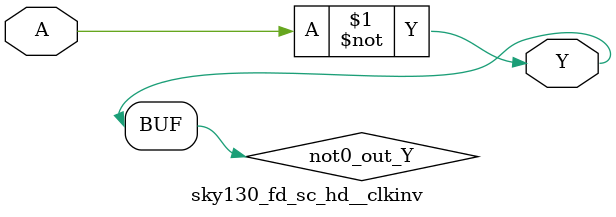
<source format=v>
/*
 * Copyright 2020 The SkyWater PDK Authors
 *
 * Licensed under the Apache License, Version 2.0 (the "License");
 * you may not use this file except in compliance with the License.
 * You may obtain a copy of the License at
 *
 *     https://www.apache.org/licenses/LICENSE-2.0
 *
 * Unless required by applicable law or agreed to in writing, software
 * distributed under the License is distributed on an "AS IS" BASIS,
 * WITHOUT WARRANTIES OR CONDITIONS OF ANY KIND, either express or implied.
 * See the License for the specific language governing permissions and
 * limitations under the License.
 *
 * SPDX-License-Identifier: Apache-2.0
*/


`ifndef SKY130_FD_SC_HD__CLKINV_FUNCTIONAL_V
`define SKY130_FD_SC_HD__CLKINV_FUNCTIONAL_V

/**
 * clkinv: Clock tree inverter.
 *
 * Verilog simulation functional model.
 */

`timescale 1ns / 1ps
`default_nettype none

`celldefine
module sky130_fd_sc_hd__clkinv (
    Y,
    A
);

    // Module ports
    output Y;
    input  A;

    // Local signals
    wire not0_out_Y;

    //  Name  Output      Other arguments
    not not0 (not0_out_Y, A              );
    buf buf0 (Y         , not0_out_Y     );

endmodule
`endcelldefine

`default_nettype wire
`endif  // SKY130_FD_SC_HD__CLKINV_FUNCTIONAL_V
</source>
